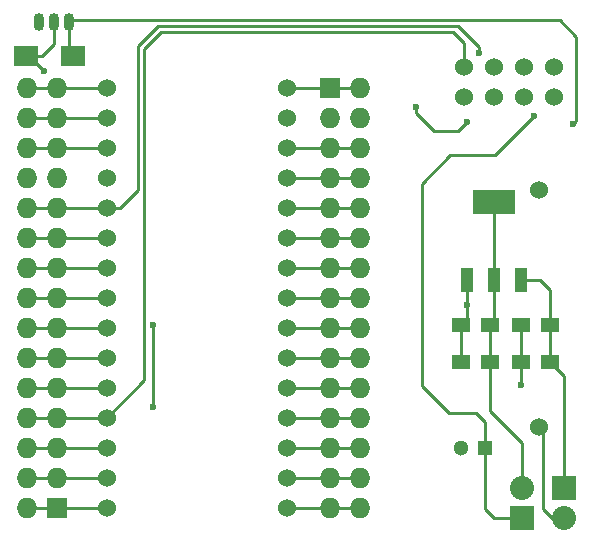
<source format=gtl>
G04 #@! TF.FileFunction,Copper,L1,Top,Signal*
%FSLAX46Y46*%
G04 Gerber Fmt 4.6, Leading zero omitted, Abs format (unit mm)*
G04 Created by KiCad (PCBNEW 4.0.2-stable) date 12-Jun-16 1:17:00 PM*
%MOMM*%
G01*
G04 APERTURE LIST*
%ADD10C,0.100000*%
%ADD11R,1.300000X1.300000*%
%ADD12C,1.300000*%
%ADD13R,1.500000X1.250000*%
%ADD14R,3.657600X2.032000*%
%ADD15R,1.016000X2.032000*%
%ADD16C,1.524000*%
%ADD17R,1.727200X1.727200*%
%ADD18O,1.727200X1.727200*%
%ADD19R,2.032000X2.032000*%
%ADD20O,2.032000X2.032000*%
%ADD21R,2.000000X1.700000*%
%ADD22O,0.899160X1.501140*%
%ADD23C,0.600000*%
%ADD24C,0.250000*%
G04 APERTURE END LIST*
D10*
D11*
X172974000Y-125730000D03*
D12*
X170974000Y-125730000D03*
D13*
X173462000Y-115316000D03*
X170962000Y-115316000D03*
X173462000Y-118491000D03*
X170962000Y-118491000D03*
X178542000Y-115316000D03*
X176042000Y-115316000D03*
X178542000Y-118491000D03*
X176042000Y-118491000D03*
D14*
X173736000Y-104902000D03*
D15*
X173736000Y-111506000D03*
X176022000Y-111506000D03*
X171450000Y-111506000D03*
D16*
X178816000Y-93472000D03*
X176276000Y-93472000D03*
X173736000Y-93472000D03*
X171196000Y-93472000D03*
X171196000Y-96012000D03*
X173736000Y-96012000D03*
X176276000Y-96012000D03*
X178816000Y-96012000D03*
X140970000Y-95250000D03*
X140970000Y-97790000D03*
X140970000Y-100330000D03*
X140970000Y-102870000D03*
X140970000Y-105410000D03*
X140970000Y-107950000D03*
X140970000Y-110490000D03*
X140970000Y-113030000D03*
X140970000Y-115570000D03*
X140970000Y-118110000D03*
X140970000Y-120650000D03*
X140970000Y-123190000D03*
X140970000Y-125730000D03*
X140970000Y-128270000D03*
X140970000Y-130810000D03*
X156210000Y-130810000D03*
X156210000Y-128270000D03*
X156210000Y-125730000D03*
X156210000Y-123190000D03*
X156210000Y-120650000D03*
X156210000Y-118110000D03*
X156210000Y-115570000D03*
X156210000Y-113030000D03*
X156210000Y-110490000D03*
X156210000Y-107950000D03*
X156210000Y-105410000D03*
X156210000Y-102870000D03*
X156210000Y-100330000D03*
X156210000Y-97790000D03*
X156210000Y-95250000D03*
D17*
X136779000Y-130810000D03*
D18*
X134239000Y-130810000D03*
X136779000Y-128270000D03*
X134239000Y-128270000D03*
X136779000Y-125730000D03*
X134239000Y-125730000D03*
X136779000Y-123190000D03*
X134239000Y-123190000D03*
X136779000Y-120650000D03*
X134239000Y-120650000D03*
X136779000Y-118110000D03*
X134239000Y-118110000D03*
X136779000Y-115570000D03*
X134239000Y-115570000D03*
X136779000Y-113030000D03*
X134239000Y-113030000D03*
X136779000Y-110490000D03*
X134239000Y-110490000D03*
X136779000Y-107950000D03*
X134239000Y-107950000D03*
X136779000Y-105410000D03*
X134239000Y-105410000D03*
X136779000Y-102870000D03*
X134239000Y-102870000D03*
X136779000Y-100330000D03*
X134239000Y-100330000D03*
X136779000Y-97790000D03*
X134239000Y-97790000D03*
X136779000Y-95250000D03*
X134239000Y-95250000D03*
D17*
X159893000Y-95250000D03*
D18*
X162433000Y-95250000D03*
X159893000Y-97790000D03*
X162433000Y-97790000D03*
X159893000Y-100330000D03*
X162433000Y-100330000D03*
X159893000Y-102870000D03*
X162433000Y-102870000D03*
X159893000Y-105410000D03*
X162433000Y-105410000D03*
X159893000Y-107950000D03*
X162433000Y-107950000D03*
X159893000Y-110490000D03*
X162433000Y-110490000D03*
X159893000Y-113030000D03*
X162433000Y-113030000D03*
X159893000Y-115570000D03*
X162433000Y-115570000D03*
X159893000Y-118110000D03*
X162433000Y-118110000D03*
X159893000Y-120650000D03*
X162433000Y-120650000D03*
X159893000Y-123190000D03*
X162433000Y-123190000D03*
X159893000Y-125730000D03*
X162433000Y-125730000D03*
X159893000Y-128270000D03*
X162433000Y-128270000D03*
X159893000Y-130810000D03*
X162433000Y-130810000D03*
D16*
X177546000Y-123952000D03*
X177546000Y-103886000D03*
D19*
X176149000Y-131699000D03*
D20*
X176149000Y-129159000D03*
D19*
X179705000Y-129159000D03*
D20*
X179705000Y-131699000D03*
D21*
X138144000Y-92583000D03*
X134144000Y-92583000D03*
D22*
X136525000Y-89662000D03*
X137795000Y-89662000D03*
X135255000Y-89662000D03*
D23*
X177165000Y-97663000D03*
X176022000Y-120396000D03*
X171450000Y-113665000D03*
X144907000Y-122301000D03*
X144907000Y-115316000D03*
X171450000Y-98171000D03*
X167132000Y-96901000D03*
X172466000Y-92329000D03*
X135636000Y-93853000D03*
X180467000Y-98298000D03*
D24*
X172974000Y-123571000D02*
X172974000Y-125730000D01*
X172212000Y-122809000D02*
X172974000Y-123571000D01*
X169926000Y-122809000D02*
X172212000Y-122809000D01*
X167640000Y-120523000D02*
X169926000Y-122809000D01*
X167640000Y-103378000D02*
X167640000Y-120523000D01*
X170053000Y-100965000D02*
X167640000Y-103378000D01*
X173863000Y-100965000D02*
X170053000Y-100965000D01*
X177165000Y-97663000D02*
X173863000Y-100965000D01*
X176149000Y-131699000D02*
X173736000Y-131699000D01*
X173736000Y-131699000D02*
X172974000Y-130937000D01*
X172974000Y-130937000D02*
X172974000Y-125730000D01*
X176042000Y-118491000D02*
X176042000Y-120376000D01*
X176042000Y-120376000D02*
X176022000Y-120396000D01*
X176042000Y-118491000D02*
X176042000Y-115316000D01*
X171450000Y-111506000D02*
X171450000Y-113665000D01*
X171450000Y-113665000D02*
X171450000Y-114828000D01*
X170962000Y-118491000D02*
X170962000Y-115316000D01*
X170962000Y-115316000D02*
X171450000Y-114828000D01*
X179705000Y-129159000D02*
X179705000Y-119654000D01*
X179705000Y-119654000D02*
X178542000Y-118491000D01*
X178542000Y-115316000D02*
X178542000Y-118491000D01*
X176022000Y-111506000D02*
X177673000Y-111506000D01*
X178542000Y-112375000D02*
X178542000Y-115316000D01*
X177673000Y-111506000D02*
X178542000Y-112375000D01*
X140970000Y-130810000D02*
X136779000Y-130810000D01*
X136779000Y-130810000D02*
X134239000Y-130810000D01*
X134239000Y-128270000D02*
X136779000Y-128270000D01*
X136779000Y-128270000D02*
X140970000Y-128270000D01*
X134239000Y-125730000D02*
X136779000Y-125730000D01*
X140970000Y-125730000D02*
X136779000Y-125730000D01*
X144907000Y-115316000D02*
X144907000Y-122301000D01*
X171196000Y-93472000D02*
X171196000Y-91440000D01*
X144145000Y-120015000D02*
X140970000Y-123190000D01*
X144145000Y-91948000D02*
X144145000Y-120015000D01*
X145542000Y-90551000D02*
X144145000Y-91948000D01*
X170307000Y-90551000D02*
X145542000Y-90551000D01*
X171196000Y-91440000D02*
X170307000Y-90551000D01*
X134239000Y-123190000D02*
X136779000Y-123190000D01*
X136779000Y-123190000D02*
X140970000Y-123190000D01*
X171450000Y-98171000D02*
X170688000Y-98933000D01*
X170688000Y-98933000D02*
X168656000Y-98933000D01*
X168656000Y-98933000D02*
X167132000Y-97409000D01*
X167132000Y-97409000D02*
X167132000Y-96901000D01*
X140970000Y-120650000D02*
X136779000Y-120650000D01*
X136779000Y-120650000D02*
X134239000Y-120650000D01*
X134239000Y-118110000D02*
X136779000Y-118110000D01*
X136779000Y-118110000D02*
X140970000Y-118110000D01*
X140970000Y-115570000D02*
X136779000Y-115570000D01*
X136779000Y-115570000D02*
X134239000Y-115570000D01*
X134239000Y-113030000D02*
X136779000Y-113030000D01*
X136779000Y-113030000D02*
X140970000Y-113030000D01*
X140970000Y-110490000D02*
X136779000Y-110490000D01*
X136779000Y-110490000D02*
X134239000Y-110490000D01*
X134239000Y-107950000D02*
X136779000Y-107950000D01*
X136779000Y-107950000D02*
X140970000Y-107950000D01*
X140970000Y-105410000D02*
X136779000Y-105410000D01*
X136779000Y-105410000D02*
X134239000Y-105410000D01*
X140970000Y-105410000D02*
X142113000Y-105410000D01*
X172466000Y-91821000D02*
X172466000Y-92329000D01*
X170688000Y-90043000D02*
X172466000Y-91821000D01*
X145288000Y-90043000D02*
X170688000Y-90043000D01*
X143637000Y-91694000D02*
X145288000Y-90043000D01*
X143637000Y-103886000D02*
X143637000Y-91694000D01*
X142113000Y-105410000D02*
X143637000Y-103886000D01*
X135636000Y-93853000D02*
X134366000Y-92583000D01*
X134366000Y-92583000D02*
X134144000Y-92583000D01*
X136525000Y-89662000D02*
X136525000Y-91567000D01*
X135509000Y-92583000D02*
X134144000Y-92583000D01*
X136525000Y-91567000D02*
X135509000Y-92583000D01*
X134239000Y-100330000D02*
X136779000Y-100330000D01*
X136779000Y-100330000D02*
X140970000Y-100330000D01*
X140970000Y-97790000D02*
X136779000Y-97790000D01*
X136779000Y-97790000D02*
X134239000Y-97790000D01*
X134239000Y-95250000D02*
X136779000Y-95250000D01*
X136779000Y-95250000D02*
X140970000Y-95250000D01*
X162433000Y-95250000D02*
X159893000Y-95250000D01*
X159893000Y-95250000D02*
X156210000Y-95250000D01*
X162433000Y-100330000D02*
X159893000Y-100330000D01*
X159893000Y-100330000D02*
X156210000Y-100330000D01*
X156210000Y-105410000D02*
X159893000Y-105410000D01*
X159893000Y-105410000D02*
X162433000Y-105410000D01*
X162433000Y-107950000D02*
X159893000Y-107950000D01*
X159893000Y-107950000D02*
X156210000Y-107950000D01*
X156210000Y-110490000D02*
X159893000Y-110490000D01*
X159893000Y-110490000D02*
X162433000Y-110490000D01*
X162433000Y-113030000D02*
X159893000Y-113030000D01*
X159893000Y-113030000D02*
X156210000Y-113030000D01*
X156210000Y-115570000D02*
X159893000Y-115570000D01*
X159893000Y-115570000D02*
X162433000Y-115570000D01*
X162433000Y-118110000D02*
X159893000Y-118110000D01*
X159893000Y-118110000D02*
X156210000Y-118110000D01*
X156210000Y-120650000D02*
X159893000Y-120650000D01*
X159893000Y-120650000D02*
X162433000Y-120650000D01*
X162433000Y-123190000D02*
X159893000Y-123190000D01*
X159893000Y-123190000D02*
X156210000Y-123190000D01*
X156210000Y-125730000D02*
X159893000Y-125730000D01*
X159893000Y-125730000D02*
X162433000Y-125730000D01*
X162433000Y-128270000D02*
X159893000Y-128270000D01*
X159893000Y-128270000D02*
X156210000Y-128270000D01*
X156210000Y-130810000D02*
X159893000Y-130810000D01*
X159893000Y-130810000D02*
X162433000Y-130810000D01*
X180721000Y-90932000D02*
X180721000Y-98044000D01*
X137922000Y-89535000D02*
X179324000Y-89535000D01*
X180721000Y-90932000D02*
X179324000Y-89535000D01*
X180721000Y-98044000D02*
X180467000Y-98298000D01*
X137922000Y-89535000D02*
X137795000Y-89662000D01*
X137795000Y-89662000D02*
X137795000Y-92234000D01*
X137795000Y-92234000D02*
X138144000Y-92583000D01*
X179705000Y-131699000D02*
X178689000Y-131699000D01*
X178689000Y-131699000D02*
X177927000Y-130937000D01*
X177927000Y-130937000D02*
X177927000Y-124333000D01*
X177927000Y-124333000D02*
X177546000Y-123952000D01*
X156210000Y-102870000D02*
X159893000Y-102870000D01*
X162433000Y-102870000D02*
X159893000Y-102870000D01*
X176149000Y-129159000D02*
X176149000Y-125349000D01*
X173462000Y-122662000D02*
X173462000Y-118491000D01*
X176149000Y-125349000D02*
X173462000Y-122662000D01*
X173736000Y-104902000D02*
X173736000Y-104267000D01*
X173462000Y-118491000D02*
X173462000Y-115316000D01*
X173462000Y-115316000D02*
X173736000Y-115042000D01*
X173736000Y-115042000D02*
X173736000Y-111506000D01*
X173736000Y-104902000D02*
X173736000Y-111506000D01*
M02*

</source>
